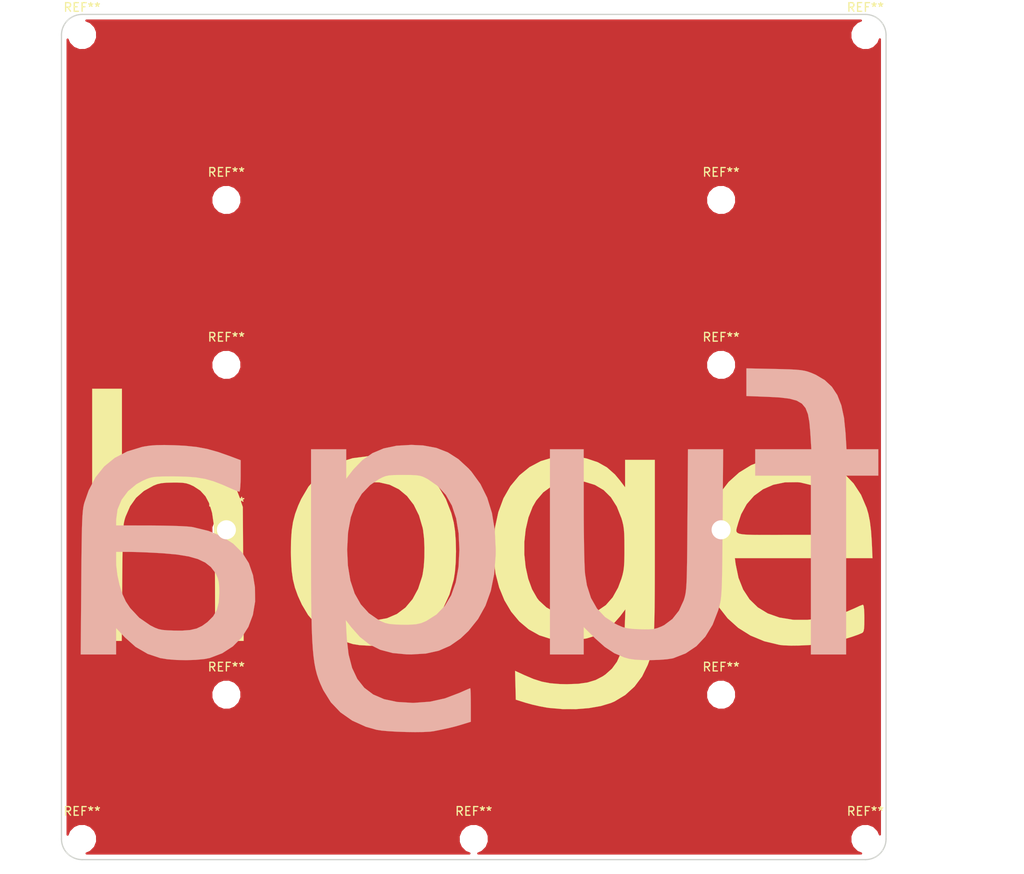
<source format=kicad_pcb>
(kicad_pcb (version 20171130) (host pcbnew 5.0.0-fee4fd1~66~ubuntu18.04.1)

  (general
    (thickness 1.6)
    (drawings 11)
    (tracks 0)
    (zones 0)
    (modules 15)
    (nets 1)
  )

  (page A4)
  (layers
    (0 F.Cu signal)
    (31 B.Cu signal)
    (32 B.Adhes user)
    (33 F.Adhes user)
    (34 B.Paste user)
    (35 F.Paste user)
    (36 B.SilkS user)
    (37 F.SilkS user)
    (38 B.Mask user)
    (39 F.Mask user)
    (40 Dwgs.User user)
    (41 Cmts.User user)
    (42 Eco1.User user)
    (43 Eco2.User user)
    (44 Edge.Cuts user)
    (45 Margin user)
    (46 B.CrtYd user)
    (47 F.CrtYd user)
    (48 B.Fab user)
    (49 F.Fab user)
  )

  (setup
    (last_trace_width 0.25)
    (user_trace_width 0.5)
    (trace_clearance 0.2)
    (zone_clearance 0.508)
    (zone_45_only no)
    (trace_min 0.2)
    (segment_width 0.2)
    (edge_width 0.15)
    (via_size 0.8)
    (via_drill 0.4)
    (via_min_size 0.4)
    (via_min_drill 0.3)
    (uvia_size 0.3)
    (uvia_drill 0.1)
    (uvias_allowed no)
    (uvia_min_size 0.2)
    (uvia_min_drill 0.1)
    (pcb_text_width 0.3)
    (pcb_text_size 1.5 1.5)
    (mod_edge_width 0.15)
    (mod_text_size 1 1)
    (mod_text_width 0.15)
    (pad_size 1.524 1.524)
    (pad_drill 0.762)
    (pad_to_mask_clearance 0.2)
    (aux_axis_origin 0 0)
    (visible_elements FFFFFF7F)
    (pcbplotparams
      (layerselection 0x010f0_ffffffff)
      (usegerberextensions false)
      (usegerberattributes false)
      (usegerberadvancedattributes false)
      (creategerberjobfile false)
      (excludeedgelayer true)
      (linewidth 0.100000)
      (plotframeref false)
      (viasonmask false)
      (mode 1)
      (useauxorigin false)
      (hpglpennumber 1)
      (hpglpenspeed 20)
      (hpglpendiameter 15.000000)
      (psnegative false)
      (psa4output false)
      (plotreference true)
      (plotvalue true)
      (plotinvisibletext false)
      (padsonsilk false)
      (subtractmaskfromsilk false)
      (outputformat 1)
      (mirror false)
      (drillshape 0)
      (scaleselection 1)
      (outputdirectory "garber/bottom/"))
  )

  (net 0 "")

  (net_class Default "これはデフォルトのネット クラスです。"
    (clearance 0.2)
    (trace_width 0.25)
    (via_dia 0.8)
    (via_drill 0.4)
    (uvia_dia 0.3)
    (uvia_drill 0.1)
  )

  (module MountingHole:MountingHole_2.2mm_M2 (layer F.Cu) (tedit 56D1B4CB) (tstamp 5BC163DC)
    (at 130.96875 78.58125)
    (descr "Mounting Hole 2.2mm, no annular, M2")
    (tags "mounting hole 2.2mm no annular m2")
    (attr virtual)
    (fp_text reference REF** (at 0 -3.2) (layer F.SilkS)
      (effects (font (size 1 1) (thickness 0.15)))
    )
    (fp_text value MountingHole_2.2mm_M2 (at 0 3.2) (layer F.Fab)
      (effects (font (size 1 1) (thickness 0.15)))
    )
    (fp_circle (center 0 0) (end 2.45 0) (layer F.CrtYd) (width 0.05))
    (fp_circle (center 0 0) (end 2.2 0) (layer Cmts.User) (width 0.15))
    (fp_text user %R (at 0.3 0) (layer F.Fab)
      (effects (font (size 1 1) (thickness 0.15)))
    )
    (pad 1 np_thru_hole circle (at 0 0) (size 2.2 2.2) (drill 2.2) (layers *.Cu *.Mask))
  )

  (module MountingHole:MountingHole_2.2mm_M2 (layer F.Cu) (tedit 56D1B4CB) (tstamp 5BC163F2)
    (at 130.96875 116.68125)
    (descr "Mounting Hole 2.2mm, no annular, M2")
    (tags "mounting hole 2.2mm no annular m2")
    (attr virtual)
    (fp_text reference REF** (at 0 -3.2) (layer F.SilkS)
      (effects (font (size 1 1) (thickness 0.15)))
    )
    (fp_text value MountingHole_2.2mm_M2 (at 0 3.2) (layer F.Fab)
      (effects (font (size 1 1) (thickness 0.15)))
    )
    (fp_circle (center 0 0) (end 2.45 0) (layer F.CrtYd) (width 0.05))
    (fp_circle (center 0 0) (end 2.2 0) (layer Cmts.User) (width 0.15))
    (fp_text user %R (at 0.3 0) (layer F.Fab)
      (effects (font (size 1 1) (thickness 0.15)))
    )
    (pad 1 np_thru_hole circle (at 0 0) (size 2.2 2.2) (drill 2.2) (layers *.Cu *.Mask))
  )

  (module MountingHole:MountingHole_2.2mm_M2 (layer F.Cu) (tedit 56D1B4CB) (tstamp 5BC16408)
    (at 73.81875 116.68125)
    (descr "Mounting Hole 2.2mm, no annular, M2")
    (tags "mounting hole 2.2mm no annular m2")
    (attr virtual)
    (fp_text reference REF** (at 0 -3.2) (layer F.SilkS)
      (effects (font (size 1 1) (thickness 0.15)))
    )
    (fp_text value MountingHole_2.2mm_M2 (at 0 3.2) (layer F.Fab)
      (effects (font (size 1 1) (thickness 0.15)))
    )
    (fp_circle (center 0 0) (end 2.45 0) (layer F.CrtYd) (width 0.05))
    (fp_circle (center 0 0) (end 2.2 0) (layer Cmts.User) (width 0.15))
    (fp_text user %R (at 0.3 0) (layer F.Fab)
      (effects (font (size 1 1) (thickness 0.15)))
    )
    (pad 1 np_thru_hole circle (at 0 0) (size 2.2 2.2) (drill 2.2) (layers *.Cu *.Mask))
  )

  (module MountingHole:MountingHole_2.2mm_M2 (layer F.Cu) (tedit 56D1B4CB) (tstamp 5BC1641E)
    (at 73.81875 78.58125)
    (descr "Mounting Hole 2.2mm, no annular, M2")
    (tags "mounting hole 2.2mm no annular m2")
    (attr virtual)
    (fp_text reference REF** (at 0 -3.2) (layer F.SilkS)
      (effects (font (size 1 1) (thickness 0.15)))
    )
    (fp_text value MountingHole_2.2mm_M2 (at 0 3.2) (layer F.Fab)
      (effects (font (size 1 1) (thickness 0.15)))
    )
    (fp_circle (center 0 0) (end 2.45 0) (layer F.CrtYd) (width 0.05))
    (fp_circle (center 0 0) (end 2.2 0) (layer Cmts.User) (width 0.15))
    (fp_text user %R (at 0.3 0) (layer F.Fab)
      (effects (font (size 1 1) (thickness 0.15)))
    )
    (pad 1 np_thru_hole circle (at 0 0) (size 2.2 2.2) (drill 2.2) (layers *.Cu *.Mask))
  )

  (module lib:hoge (layer F.Cu) (tedit 0) (tstamp 5BC164DA)
    (at 102.39375 100.0125)
    (fp_text reference G*** (at 0 0) (layer F.SilkS) hide
      (effects (font (size 1.524 1.524) (thickness 0.3)))
    )
    (fp_text value LOGO (at 0.75 0) (layer F.SilkS) hide
      (effects (font (size 1.524 1.524) (thickness 0.3)))
    )
    (fp_poly (pts (xy -40.64 -7.250619) (xy -39.748674 -8.238197) (xy -38.76311 -9.210979) (xy -37.768787 -9.927872)
      (xy -36.704489 -10.415944) (xy -35.509003 -10.702263) (xy -34.121112 -10.813896) (xy -33.91647 -10.817052)
      (xy -33.070198 -10.812794) (xy -32.42482 -10.774859) (xy -31.883227 -10.691657) (xy -31.348306 -10.551602)
      (xy -31.141321 -10.485904) (xy -29.91945 -9.943919) (xy -28.886764 -9.177846) (xy -28.036701 -8.180774)
      (xy -27.362697 -6.945787) (xy -27.079974 -6.208344) (xy -26.673883 -5.005294) (xy -26.627127 2.726765)
      (xy -26.58037 10.458824) (xy -29.882352 10.458824) (xy -29.886207 4.445) (xy -29.890615 3.065866)
      (xy -29.901518 1.723663) (xy -29.918096 0.460819) (xy -29.939529 -0.680237) (xy -29.964996 -1.657077)
      (xy -29.993679 -2.427272) (xy -30.024756 -2.948393) (xy -30.030299 -3.009983) (xy -30.22532 -4.32823)
      (xy -30.538459 -5.39618) (xy -30.986178 -6.244535) (xy -31.584939 -6.903998) (xy -32.351203 -7.405274)
      (xy -32.399919 -7.429545) (xy -32.828661 -7.624774) (xy -33.210535 -7.746598) (xy -33.63888 -7.811233)
      (xy -34.207036 -7.834893) (xy -34.738235 -7.835756) (xy -35.515918 -7.817468) (xy -36.08767 -7.763403)
      (xy -36.545595 -7.659458) (xy -36.979411 -7.4926) (xy -38.108517 -6.864377) (xy -39.002314 -6.082239)
      (xy -39.694463 -5.108692) (xy -40.218629 -3.906242) (xy -40.230303 -3.871638) (xy -40.306957 -3.630904)
      (xy -40.370742 -3.387583) (xy -40.423121 -3.111971) (xy -40.465556 -2.774366) (xy -40.499508 -2.345062)
      (xy -40.526441 -1.794358) (xy -40.547816 -1.092549) (xy -40.565096 -0.209932) (xy -40.579742 0.883196)
      (xy -40.593216 2.216539) (xy -40.606593 3.772647) (xy -40.66174 10.458824) (xy -44.07647 10.458824)
      (xy -44.07647 -18.67647) (xy -40.64 -18.67647) (xy -40.64 -7.250619)) (layer F.SilkS) (width 0.01))
    (fp_poly (pts (xy 38.595253 -10.766686) (xy 40.158895 -10.369365) (xy 41.570257 -9.724384) (xy 42.813876 -8.843623)
      (xy 43.874289 -7.738962) (xy 44.736033 -6.422283) (xy 45.383646 -4.905467) (xy 45.583697 -4.228425)
      (xy 45.75752 -3.363823) (xy 45.891638 -2.28674) (xy 45.975421 -1.083235) (xy 46.063582 0.896471)
      (xy 30.162867 0.896471) (xy 30.256833 1.606177) (xy 30.58371 3.170338) (xy 31.120442 4.522276)
      (xy 31.864269 5.659385) (xy 32.81243 6.579059) (xy 33.962165 7.278694) (xy 35.310714 7.755684)
      (xy 36.855317 8.007422) (xy 37.054118 8.022397) (xy 38.52581 8.021771) (xy 40.094942 7.848175)
      (xy 41.6607 7.521487) (xy 43.122268 7.061584) (xy 44.108857 6.631405) (xy 44.535673 6.429565)
      (xy 44.861181 6.300504) (xy 44.967975 6.275294) (xy 45.041867 6.419508) (xy 45.093364 6.83263)
      (xy 45.119576 7.485383) (xy 45.122353 7.838861) (xy 45.115765 8.555449) (xy 45.090234 9.029562)
      (xy 45.037113 9.317371) (xy 44.947752 9.475049) (xy 44.860883 9.537114) (xy 44.405855 9.731527)
      (xy 43.742212 9.964656) (xy 42.953074 10.210501) (xy 42.121558 10.443064) (xy 41.387059 10.623737)
      (xy 40.636904 10.75558) (xy 39.704246 10.863239) (xy 38.672115 10.942657) (xy 37.623542 10.989778)
      (xy 36.641555 11.000543) (xy 35.809184 10.970896) (xy 35.33238 10.919593) (xy 33.569276 10.498646)
      (xy 31.970843 9.837896) (xy 30.551299 8.949799) (xy 29.324858 7.846812) (xy 28.305735 6.54139)
      (xy 27.508148 5.045991) (xy 27.013884 3.630778) (xy 26.829868 2.702946) (xy 26.715973 1.575659)
      (xy 26.6721 0.339919) (xy 26.698149 -0.913273) (xy 26.794022 -2.092916) (xy 26.834746 -2.342553)
      (xy 30.329085 -2.342553) (xy 30.348385 -2.161808) (xy 30.457256 -2.024863) (xy 30.680599 -1.925764)
      (xy 31.043313 -1.858556) (xy 31.570298 -1.817286) (xy 32.286452 -1.796) (xy 33.216677 -1.788744)
      (xy 34.385871 -1.789563) (xy 35.818934 -1.792504) (xy 36.473687 -1.792941) (xy 42.616785 -1.792941)
      (xy 42.511155 -2.652059) (xy 42.217453 -4.035243) (xy 41.70733 -5.228421) (xy 40.993637 -6.218461)
      (xy 40.089226 -6.992232) (xy 39.006949 -7.536601) (xy 37.759657 -7.838438) (xy 37.398102 -7.876504)
      (xy 35.944389 -7.859971) (xy 34.609612 -7.584122) (xy 33.415244 -7.063619) (xy 32.382756 -6.313122)
      (xy 31.533617 -5.347291) (xy 30.889299 -4.180787) (xy 30.559623 -3.207129) (xy 30.459604 -2.85926)
      (xy 30.374458 -2.573052) (xy 30.329085 -2.342553) (xy 26.834746 -2.342553) (xy 26.959619 -3.108007)
      (xy 27.021515 -3.361764) (xy 27.621783 -5.088111) (xy 28.434984 -6.608474) (xy 29.449358 -7.913871)
      (xy 30.653148 -8.995317) (xy 32.034592 -9.84383) (xy 33.581933 -10.450426) (xy 35.283411 -10.806121)
      (xy 36.894794 -10.904464) (xy 38.595253 -10.766686)) (layer F.SilkS) (width 0.01))
    (fp_poly (pts (xy -10.98448 -10.862856) (xy -9.247744 -10.63455) (xy -7.679363 -10.160807) (xy -6.285939 -9.447449)
      (xy -5.074073 -8.500298) (xy -4.050367 -7.325176) (xy -3.221423 -5.927906) (xy -2.593842 -4.314309)
      (xy -2.309736 -3.212353) (xy -2.163548 -2.259358) (xy -2.076887 -1.113236) (xy -2.049741 0.127212)
      (xy -2.082094 1.363182) (xy -2.17393 2.495873) (xy -2.31071 3.360709) (xy -2.808465 5.094656)
      (xy -3.509889 6.623466) (xy -4.408254 7.939053) (xy -5.496833 9.03333) (xy -6.768898 9.898212)
      (xy -8.217721 10.525613) (xy -8.292352 10.549859) (xy -9.394822 10.813744) (xy -10.656534 10.971494)
      (xy -11.961818 11.017594) (xy -13.195001 10.946532) (xy -13.97 10.820461) (xy -15.519784 10.332997)
      (xy -16.910362 9.601333) (xy -18.122679 8.64023) (xy -19.137685 7.464448) (xy -19.853231 6.2625)
      (xy -20.313755 5.252772) (xy -20.652681 4.31485) (xy -20.886572 3.369941) (xy -21.031994 2.339251)
      (xy -21.105513 1.143985) (xy -21.116073 0.579091) (xy -17.520077 0.579091) (xy -17.435447 1.845373)
      (xy -17.255179 2.961732) (xy -17.200129 3.186135) (xy -16.713552 4.582534) (xy -16.057692 5.762743)
      (xy -15.245005 6.712636) (xy -14.28795 7.418086) (xy -13.198983 7.864964) (xy -13.038497 7.905668)
      (xy -12.060009 8.036796) (xy -11.009841 8.014257) (xy -10.05089 7.842046) (xy -10.014785 7.831523)
      (xy -8.876507 7.342677) (xy -7.89134 6.604593) (xy -7.070348 5.630934) (xy -6.424591 4.435364)
      (xy -5.965132 3.031545) (xy -5.901633 2.751035) (xy -5.77283 1.873946) (xy -5.703806 0.814363)
      (xy -5.69456 -0.317423) (xy -5.745093 -1.411122) (xy -5.855404 -2.356444) (xy -5.901633 -2.601623)
      (xy -6.324906 -4.040223) (xy -6.933074 -5.270628) (xy -7.711449 -6.280256) (xy -8.645346 -7.056522)
      (xy -9.720078 -7.586841) (xy -10.920958 -7.85863) (xy -12.056086 -7.875054) (xy -13.318082 -7.644269)
      (xy -14.429829 -7.157018) (xy -15.386381 -6.417953) (xy -16.182793 -5.431725) (xy -16.814119 -4.202986)
      (xy -17.200129 -3.036723) (xy -17.402417 -1.970214) (xy -17.509066 -0.728857) (xy -17.520077 0.579091)
      (xy -21.116073 0.579091) (xy -21.12271 0.224118) (xy -21.107153 -1.141498) (xy -21.030319 -2.287072)
      (xy -20.877633 -3.287712) (xy -20.634521 -4.218528) (xy -20.286408 -5.154628) (xy -19.923555 -5.955637)
      (xy -19.096953 -7.356696) (xy -18.077454 -8.533628) (xy -16.877003 -9.479877) (xy -15.507542 -10.188889)
      (xy -13.981015 -10.654105) (xy -12.309364 -10.86897) (xy -10.98448 -10.862856)) (layer F.SilkS) (width 0.01))
    (fp_poly (pts (xy 12.192804 -10.790769) (xy 13.066394 -10.61006) (xy 14.3286 -10.184358) (xy 15.387516 -9.586711)
      (xy 16.310075 -8.772749) (xy 16.893935 -8.072716) (xy 17.481177 -7.291171) (xy 17.481177 -10.458823)
      (xy 20.917648 -10.458823) (xy 20.917648 -0.393101) (xy 20.916835 1.741034) (xy 20.913441 3.600084)
      (xy 20.906035 5.207786) (xy 20.893183 6.587876) (xy 20.873454 7.764092) (xy 20.845416 8.760168)
      (xy 20.807636 9.599844) (xy 20.758682 10.306853) (xy 20.697122 10.904935) (xy 20.621524 11.417824)
      (xy 20.530455 11.869257) (xy 20.422483 12.282972) (xy 20.296177 12.682704) (xy 20.150103 13.092191)
      (xy 20.095096 13.23941) (xy 19.445625 14.56668) (xy 18.570778 15.732188) (xy 17.503745 16.701617)
      (xy 16.277713 17.440648) (xy 15.855166 17.623683) (xy 14.688452 17.978142) (xy 13.317579 18.218225)
      (xy 11.816552 18.33874) (xy 10.259375 18.334494) (xy 8.720052 18.200294) (xy 8.367059 18.149049)
      (xy 7.587265 18.003035) (xy 6.74111 17.808452) (xy 6.005891 17.606239) (xy 5.976471 17.597055)
      (xy 4.855883 17.244717) (xy 4.813707 15.577499) (xy 4.77153 13.910281) (xy 5.859589 14.412444)
      (xy 6.907889 14.856404) (xy 7.862893 15.16014) (xy 8.829928 15.346072) (xy 9.914318 15.436621)
      (xy 10.757648 15.455083) (xy 12.068168 15.410949) (xy 13.155501 15.254557) (xy 14.079033 14.970852)
      (xy 14.898147 14.544776) (xy 15.219965 14.323692) (xy 15.967343 13.656117) (xy 16.546509 12.860127)
      (xy 16.971425 11.901114) (xy 17.256052 10.744473) (xy 17.414353 9.355596) (xy 17.442226 8.815294)
      (xy 17.519599 6.798236) (xy 16.913146 7.602131) (xy 16.042292 8.594229) (xy 15.092052 9.335694)
      (xy 13.991295 9.873858) (xy 13.066394 10.161825) (xy 11.456978 10.423314) (xy 9.83235 10.387088)
      (xy 8.924394 10.239296) (xy 7.572175 9.806068) (xy 6.346687 9.119788) (xy 5.259323 8.203073)
      (xy 4.321478 7.078541) (xy 3.544546 5.768808) (xy 2.939922 4.296491) (xy 2.519 2.684207)
      (xy 2.293175 0.954573) (xy 2.288114 0.477005) (xy 5.842896 0.477005) (xy 5.993361 1.91736)
      (xy 6.292214 3.273446) (xy 6.735721 4.49055) (xy 7.320148 5.513963) (xy 7.53864 5.794362)
      (xy 8.403593 6.593246) (xy 9.435422 7.16826) (xy 10.589662 7.506789) (xy 11.821846 7.59622)
      (xy 13.087511 7.423943) (xy 13.191484 7.397799) (xy 14.309166 6.973318) (xy 15.256054 6.321259)
      (xy 16.042077 5.431026) (xy 16.677164 4.292022) (xy 17.060268 3.268559) (xy 17.195877 2.800927)
      (xy 17.291258 2.358247) (xy 17.353194 1.872063) (xy 17.388471 1.273919) (xy 17.403875 0.495358)
      (xy 17.406471 -0.224117) (xy 17.401316 -1.176112) (xy 17.381299 -1.897991) (xy 17.339589 -2.458354)
      (xy 17.269355 -2.925802) (xy 17.163768 -3.368935) (xy 17.057955 -3.724408) (xy 16.526262 -5.057773)
      (xy 15.844561 -6.13628) (xy 15.003874 -6.96852) (xy 13.995224 -7.563083) (xy 12.809632 -7.928561)
      (xy 12.630101 -7.961751) (xy 11.320111 -8.050047) (xy 10.099821 -7.861638) (xy 8.993393 -7.40866)
      (xy 8.024992 -6.703253) (xy 7.218779 -5.757554) (xy 6.799609 -5.032887) (xy 6.319176 -3.802566)
      (xy 6.00207 -2.437669) (xy 5.844554 -0.992909) (xy 5.842896 0.477005) (xy 2.288114 0.477005)
      (xy 2.27384 -0.869794) (xy 2.448566 -2.614706) (xy 2.839103 -4.421312) (xy 3.430302 -6.016203)
      (xy 4.229905 -7.415869) (xy 5.245657 -8.636798) (xy 5.30342 -8.694603) (xy 6.45028 -9.628175)
      (xy 7.742109 -10.311847) (xy 9.149446 -10.738349) (xy 10.642831 -10.900413) (xy 12.192804 -10.790769)) (layer F.SilkS) (width 0.01))
  )

  (module lib:fuga (layer B.Cu) (tedit 0) (tstamp 5BC164F7)
    (at 102.39375 100.0125 180)
    (fp_text reference G*** (at 0 0 180) (layer B.SilkS) hide
      (effects (font (size 1.524 1.524) (thickness 0.3)) (justify mirror))
    )
    (fp_text value LOGO (at 0.75 0 180) (layer B.SilkS) hide
      (effects (font (size 1.524 1.524) (thickness 0.3)) (justify mirror))
    )
    (fp_poly (pts (xy -31.496 17.831417) (xy -34.024034 17.734258) (xy -35.404764 17.657263) (xy -36.48653 17.522782)
      (xy -37.308161 17.29765) (xy -37.908485 16.948701) (xy -38.326331 16.442773) (xy -38.600527 15.746698)
      (xy -38.769901 14.827314) (xy -38.873283 13.651454) (xy -38.87719 13.589) (xy -38.994868 11.684)
      (xy -32.512 11.684) (xy -32.512 8.636) (xy -38.946666 8.636) (xy -38.946666 -12.022667)
      (xy -43.010666 -12.022667) (xy -43.010666 8.636) (xy -46.736 8.636) (xy -46.736 11.684)
      (xy -43.060368 11.684) (xy -42.946414 13.590052) (xy -42.772746 15.314926) (xy -42.464285 16.753586)
      (xy -42.002908 17.937754) (xy -41.370496 18.899151) (xy -40.548927 19.669498) (xy -39.520081 20.280517)
      (xy -38.994471 20.508081) (xy -38.614101 20.645657) (xy -38.229334 20.748823) (xy -37.780017 20.824009)
      (xy -37.205997 20.877645) (xy -36.44712 20.916161) (xy -35.443235 20.945989) (xy -34.755666 20.961211)
      (xy -31.496 21.028499) (xy -31.496 17.831417)) (layer B.SilkS) (width 0.01))
    (fp_poly (pts (xy 36.644868 12.161337) (xy 37.388846 12.10668) (xy 38.056612 12.005274) (xy 38.348699 11.944627)
      (xy 40.027332 11.430928) (xy 41.468913 10.684096) (xy 42.684258 9.693632) (xy 43.684184 8.449037)
      (xy 44.479507 6.939813) (xy 44.984875 5.503333) (xy 45.053605 5.232761) (xy 45.11165 4.915067)
      (xy 45.160209 4.519051) (xy 45.200476 4.013515) (xy 45.233648 3.367258) (xy 45.260921 2.549084)
      (xy 45.283491 1.527791) (xy 45.302554 0.272181) (xy 45.319306 -1.248944) (xy 45.334944 -3.066785)
      (xy 45.340291 -3.767667) (xy 45.401775 -12.022667) (xy 41.317334 -12.022667) (xy 41.317334 -8.962276)
      (xy 40.306628 -10.042724) (xy 39.058223 -11.150998) (xy 37.666473 -11.954836) (xy 36.221574 -12.439264)
      (xy 35.376133 -12.577766) (xy 34.334464 -12.65828) (xy 33.2062 -12.680943) (xy 32.100973 -12.645894)
      (xy 31.128416 -12.553272) (xy 30.497718 -12.432027) (xy 29.054071 -11.883105) (xy 27.82004 -11.084196)
      (xy 26.809328 -10.06156) (xy 26.035636 -8.841457) (xy 25.512667 -7.450147) (xy 25.254122 -5.913892)
      (xy 25.265992 -4.910667) (xy 29.383397 -4.910667) (xy 29.452347 -6.019678) (xy 29.681183 -6.895093)
      (xy 30.102886 -7.617307) (xy 30.750436 -8.266714) (xy 30.76512 -8.278855) (xy 31.383079 -8.724095)
      (xy 32.016571 -9.022206) (xy 32.749782 -9.195083) (xy 33.6669 -9.264623) (xy 34.544 -9.261707)
      (xy 35.368632 -9.234063) (xy 35.957297 -9.183666) (xy 36.412695 -9.088354) (xy 36.837523 -8.925964)
      (xy 37.33448 -8.674333) (xy 37.380688 -8.649544) (xy 38.636848 -7.784057) (xy 39.690943 -6.652882)
      (xy 40.190814 -5.901391) (xy 40.583135 -5.05439) (xy 40.920071 -3.995412) (xy 41.170633 -2.850266)
      (xy 41.303836 -1.744763) (xy 41.317334 -1.32758) (xy 41.317334 -0.169334) (xy 39.835667 -0.172821)
      (xy 39.094393 -0.185975) (xy 38.132997 -0.219407) (xy 37.069091 -0.268255) (xy 36.020285 -0.327657)
      (xy 35.891599 -0.335874) (xy 34.261019 -0.482931) (xy 32.928645 -0.701302) (xy 31.858886 -1.005068)
      (xy 31.016154 -1.408309) (xy 30.364857 -1.925108) (xy 29.869406 -2.569544) (xy 29.760802 -2.761477)
      (xy 29.559468 -3.214584) (xy 29.442867 -3.707175) (xy 29.391328 -4.351274) (xy 29.383397 -4.910667)
      (xy 25.265992 -4.910667) (xy 25.273704 -4.258951) (xy 25.501297 -2.856316) (xy 25.981426 -1.472152)
      (xy 26.746898 -0.260574) (xy 27.786727 0.769795) (xy 29.089927 1.610331) (xy 30.64551 2.25241)
      (xy 32.442491 2.687409) (xy 32.596667 2.713056) (xy 33.066796 2.761249) (xy 33.809818 2.803915)
      (xy 34.759978 2.838829) (xy 35.851518 2.863767) (xy 37.018682 2.876507) (xy 37.465 2.877686)
      (xy 41.317334 2.878666) (xy 41.317334 3.525266) (xy 41.154256 4.729241) (xy 40.686185 5.85041)
      (xy 39.944862 6.84208) (xy 38.96203 7.657556) (xy 38.235548 8.058706) (xy 37.807402 8.249294)
      (xy 37.43699 8.383111) (xy 37.050976 8.470175) (xy 36.576021 8.520501) (xy 35.938787 8.544106)
      (xy 35.065938 8.551006) (xy 34.628667 8.551333) (xy 33.228765 8.525946) (xy 32.067751 8.437126)
      (xy 31.048774 8.265885) (xy 30.074985 7.993233) (xy 29.049532 7.600183) (xy 28.466486 7.343167)
      (xy 27.866656 7.077731) (xy 27.38368 6.878211) (xy 27.101035 6.778658) (xy 27.069486 6.773333)
      (xy 27.010453 6.931129) (xy 26.962934 7.35847) (xy 26.932438 7.986291) (xy 26.924 8.596868)
      (xy 26.924 10.420402) (xy 28.151667 10.883862) (xy 29.55325 11.376485) (xy 30.807911 11.72527)
      (xy 32.043444 11.955371) (xy 33.387641 12.091942) (xy 34.580426 12.149298) (xy 35.737715 12.173968)
      (xy 36.644868 12.161337)) (layer B.SilkS) (width 0.01))
    (fp_poly (pts (xy -24.684515 3.513666) (xy -24.669901 1.633659) (xy -24.655747 0.060129) (xy -24.64055 -1.239108)
      (xy -24.622805 -2.296236) (xy -24.601009 -3.143439) (xy -24.573657 -3.812901) (xy -24.539246 -4.336807)
      (xy -24.496271 -4.747339) (xy -24.443228 -5.076682) (xy -24.378614 -5.357021) (xy -24.300924 -5.620538)
      (xy -24.250449 -5.774847) (xy -23.705228 -6.958475) (xy -22.945429 -7.92173) (xy -22.003702 -8.626642)
      (xy -21.649182 -8.800152) (xy -21.173839 -8.982821) (xy -20.723278 -9.089382) (xy -20.190563 -9.13312)
      (xy -19.468757 -9.127322) (xy -19.117463 -9.114685) (xy -18.300893 -9.070016) (xy -17.703029 -8.994909)
      (xy -17.203922 -8.861332) (xy -16.683618 -8.641249) (xy -16.321639 -8.46127) (xy -15.159138 -7.698094)
      (xy -14.234657 -6.713417) (xy -13.54151 -5.496138) (xy -13.073011 -4.035152) (xy -12.858179 -2.709334)
      (xy -12.823349 -2.209092) (xy -12.791162 -1.418524) (xy -12.762563 -0.385968) (xy -12.738502 0.840239)
      (xy -12.719925 2.211762) (xy -12.707779 3.680262) (xy -12.703013 5.197404) (xy -12.703008 5.207)
      (xy -12.7 11.684) (xy -8.805333 11.684) (xy -8.805333 -12.022667) (xy -12.7 -12.022667)
      (xy -12.7 -8.846384) (xy -14.012333 -10.152193) (xy -15.139027 -11.155497) (xy -16.238631 -11.877429)
      (xy -17.382452 -12.360674) (xy -17.968261 -12.520415) (xy -18.607918 -12.613193) (xy -19.466016 -12.664284)
      (xy -20.43581 -12.675072) (xy -21.410554 -12.646941) (xy -22.283502 -12.581275) (xy -22.947911 -12.479459)
      (xy -23.047541 -12.454558) (xy -24.483487 -11.895676) (xy -25.718837 -11.065718) (xy -26.754713 -9.963442)
      (xy -27.592237 -8.587609) (xy -28.232534 -6.93698) (xy -28.321534 -6.630097) (xy -28.403003 -6.321483)
      (xy -28.471583 -6.011727) (xy -28.528663 -5.668768) (xy -28.575632 -5.260545) (xy -28.613878 -4.754998)
      (xy -28.644791 -4.120065) (xy -28.669758 -3.323687) (xy -28.690169 -2.333802) (xy -28.707411 -1.11835)
      (xy -28.722874 0.35473) (xy -28.737945 2.117498) (xy -28.74621 3.175) (xy -28.811512 11.684)
      (xy -24.745855 11.684) (xy -24.684515 3.513666)) (layer B.SilkS) (width 0.01))
    (fp_poly (pts (xy 8.924412 12.091771) (xy 10.410512 11.779931) (xy 11.704139 11.235268) (xy 12.847709 10.438576)
      (xy 13.883635 9.370652) (xy 14.137121 9.050727) (xy 14.732 8.271393) (xy 14.732 11.684)
      (xy 18.796 11.684) (xy 18.796 0.799891) (xy 18.794127 -1.739172) (xy 18.787026 -3.965941)
      (xy 18.772476 -5.906778) (xy 18.748255 -7.588043) (xy 18.712142 -9.036095) (xy 18.661914 -10.277295)
      (xy 18.595351 -11.338004) (xy 18.51023 -12.244582) (xy 18.40433 -13.023389) (xy 18.275429 -13.700785)
      (xy 18.121306 -14.303131) (xy 17.939739 -14.856787) (xy 17.728507 -15.388113) (xy 17.485386 -15.92347)
      (xy 17.365665 -16.171334) (xy 16.508201 -17.546279) (xy 15.391686 -18.715868) (xy 14.038027 -19.663844)
      (xy 12.469128 -20.37395) (xy 11.22724 -20.726883) (xy 10.646256 -20.815721) (xy 9.825093 -20.888794)
      (xy 8.848391 -20.943983) (xy 7.800787 -20.979169) (xy 6.766919 -20.992233) (xy 5.831427 -20.981057)
      (xy 5.078948 -20.943523) (xy 4.656667 -20.891357) (xy 3.638259 -20.686318) (xy 2.857618 -20.516645)
      (xy 2.218835 -20.359754) (xy 1.626007 -20.19306) (xy 1.397 -20.12373) (xy 0.338667 -19.798392)
      (xy 0.338667 -17.857863) (xy 0.343659 -17.092618) (xy 0.357226 -16.469596) (xy 0.377254 -16.055765)
      (xy 0.399912 -15.917334) (xy 0.572349 -15.982155) (xy 0.971797 -16.153431) (xy 1.517456 -16.396375)
      (xy 1.611764 -16.439044) (xy 3.328776 -17.091655) (xy 5.045309 -17.472378) (xy 6.885246 -17.607627)
      (xy 7.096754 -17.608657) (xy 8.850396 -17.503682) (xy 10.351995 -17.185803) (xy 11.612269 -16.644251)
      (xy 12.641937 -15.868263) (xy 13.451718 -14.84707) (xy 14.052331 -13.569908) (xy 14.454495 -12.026009)
      (xy 14.668928 -10.204609) (xy 14.681315 -9.990667) (xy 14.783877 -8.043334) (xy 14.163059 -8.852031)
      (xy 13.142441 -9.999603) (xy 12.036562 -10.868754) (xy 10.800018 -11.480156) (xy 9.387404 -11.85448)
      (xy 7.753316 -12.012399) (xy 7.203423 -12.020657) (xy 5.514721 -11.915587) (xy 4.043896 -11.589044)
      (xy 2.734091 -11.017589) (xy 1.528452 -10.17778) (xy 0.603122 -9.2995) (xy -0.496378 -7.928721)
      (xy -1.350976 -6.396584) (xy -1.968807 -4.678765) (xy -2.358007 -2.750943) (xy -2.526709 -0.588794)
      (xy -2.535551 0.084666) (xy 1.660442 0.084666) (xy 1.764457 -1.931917) (xy 2.078067 -3.685167)
      (xy 2.603619 -5.179602) (xy 3.343462 -6.419739) (xy 4.299943 -7.410094) (xy 5.47541 -8.155184)
      (xy 6.076067 -8.411522) (xy 6.700564 -8.544344) (xy 7.640084 -8.597719) (xy 8.382 -8.590203)
      (xy 9.205042 -8.555429) (xy 9.79317 -8.493723) (xy 10.250095 -8.383438) (xy 10.679529 -8.202928)
      (xy 10.970836 -8.049884) (xy 12.119775 -7.251989) (xy 13.045885 -6.23421) (xy 13.754155 -4.985433)
      (xy 14.249572 -3.494546) (xy 14.537125 -1.750435) (xy 14.622376 0.084666) (xy 14.519603 2.079802)
      (xy 14.206695 3.814959) (xy 13.679781 5.298768) (xy 12.93499 6.539858) (xy 11.96845 7.54686)
      (xy 10.970836 8.224549) (xy 10.560205 8.440312) (xy 10.200157 8.582456) (xy 9.803194 8.66625)
      (xy 9.281818 8.706963) (xy 8.548531 8.719865) (xy 8.128 8.720666) (xy 7.27136 8.715272)
      (xy 6.665841 8.68891) (xy 6.223945 8.62631) (xy 5.858174 8.512203) (xy 5.48103 8.331318)
      (xy 5.285164 8.224549) (xy 4.145767 7.428381) (xy 3.228258 6.418716) (xy 2.526816 5.182479)
      (xy 2.035618 3.706592) (xy 1.74884 1.977979) (xy 1.660442 0.084666) (xy -2.535551 0.084666)
      (xy -2.429192 2.319226) (xy -2.104693 4.312415) (xy -1.553918 6.088556) (xy -0.768732 7.671971)
      (xy 0.258999 9.086982) (xy 0.603122 9.468833) (xy 1.766428 10.539582) (xy 2.988533 11.323275)
      (xy 4.326291 11.84335) (xy 5.83656 12.123249) (xy 7.203423 12.18999) (xy 8.924412 12.091771)) (layer B.SilkS) (width 0.01))
  )

  (module MountingHole:MountingHole_2.2mm_M2 (layer F.Cu) (tedit 56D1B4CB) (tstamp 5BCEDABE)
    (at 147.6375 40.48125)
    (descr "Mounting Hole 2.2mm, no annular, M2")
    (tags "mounting hole 2.2mm no annular m2")
    (attr virtual)
    (fp_text reference REF** (at 0 -3.2) (layer F.SilkS)
      (effects (font (size 1 1) (thickness 0.15)))
    )
    (fp_text value MountingHole_2.2mm_M2 (at 0 3.2) (layer F.Fab)
      (effects (font (size 1 1) (thickness 0.15)))
    )
    (fp_circle (center 0 0) (end 2.45 0) (layer F.CrtYd) (width 0.05))
    (fp_circle (center 0 0) (end 2.2 0) (layer Cmts.User) (width 0.15))
    (fp_text user %R (at 0.3 0) (layer F.Fab)
      (effects (font (size 1 1) (thickness 0.15)))
    )
    (pad 1 np_thru_hole circle (at 0 0) (size 2.2 2.2) (drill 2.2) (layers *.Cu *.Mask))
  )

  (module MountingHole:MountingHole_2.2mm_M2 (layer F.Cu) (tedit 56D1B4CB) (tstamp 5BCEDACD)
    (at 57.15 40.48125)
    (descr "Mounting Hole 2.2mm, no annular, M2")
    (tags "mounting hole 2.2mm no annular m2")
    (attr virtual)
    (fp_text reference REF** (at 0 -3.2) (layer F.SilkS)
      (effects (font (size 1 1) (thickness 0.15)))
    )
    (fp_text value MountingHole_2.2mm_M2 (at 0 3.2) (layer F.Fab)
      (effects (font (size 1 1) (thickness 0.15)))
    )
    (fp_circle (center 0 0) (end 2.45 0) (layer F.CrtYd) (width 0.05))
    (fp_circle (center 0 0) (end 2.2 0) (layer Cmts.User) (width 0.15))
    (fp_text user %R (at 0.3 0) (layer F.Fab)
      (effects (font (size 1 1) (thickness 0.15)))
    )
    (pad 1 np_thru_hole circle (at 0 0) (size 2.2 2.2) (drill 2.2) (layers *.Cu *.Mask))
  )

  (module MountingHole:MountingHole_2.2mm_M2 (layer F.Cu) (tedit 56D1B4CB) (tstamp 5BCEDADC)
    (at 57.15 133.35)
    (descr "Mounting Hole 2.2mm, no annular, M2")
    (tags "mounting hole 2.2mm no annular m2")
    (attr virtual)
    (fp_text reference REF** (at 0 -3.2) (layer F.SilkS)
      (effects (font (size 1 1) (thickness 0.15)))
    )
    (fp_text value MountingHole_2.2mm_M2 (at 0 3.2) (layer F.Fab)
      (effects (font (size 1 1) (thickness 0.15)))
    )
    (fp_circle (center 0 0) (end 2.45 0) (layer F.CrtYd) (width 0.05))
    (fp_circle (center 0 0) (end 2.2 0) (layer Cmts.User) (width 0.15))
    (fp_text user %R (at 0.3 0) (layer F.Fab)
      (effects (font (size 1 1) (thickness 0.15)))
    )
    (pad 1 np_thru_hole circle (at 0 0) (size 2.2 2.2) (drill 2.2) (layers *.Cu *.Mask))
  )

  (module MountingHole:MountingHole_2.2mm_M2 (layer F.Cu) (tedit 56D1B4CB) (tstamp 5BCEDAEB)
    (at 147.6375 133.35)
    (descr "Mounting Hole 2.2mm, no annular, M2")
    (tags "mounting hole 2.2mm no annular m2")
    (attr virtual)
    (fp_text reference REF** (at 0 -3.2) (layer F.SilkS)
      (effects (font (size 1 1) (thickness 0.15)))
    )
    (fp_text value MountingHole_2.2mm_M2 (at 0 3.2) (layer F.Fab)
      (effects (font (size 1 1) (thickness 0.15)))
    )
    (fp_circle (center 0 0) (end 2.45 0) (layer F.CrtYd) (width 0.05))
    (fp_circle (center 0 0) (end 2.2 0) (layer Cmts.User) (width 0.15))
    (fp_text user %R (at 0.3 0) (layer F.Fab)
      (effects (font (size 1 1) (thickness 0.15)))
    )
    (pad 1 np_thru_hole circle (at 0 0) (size 2.2 2.2) (drill 2.2) (layers *.Cu *.Mask))
  )

  (module MountingHole:MountingHole_2.2mm_M2 (layer F.Cu) (tedit 56D1B4CB) (tstamp 5BCEDAFA)
    (at 130.96875 97.63125)
    (descr "Mounting Hole 2.2mm, no annular, M2")
    (tags "mounting hole 2.2mm no annular m2")
    (attr virtual)
    (fp_text reference REF** (at 0 -3.2) (layer F.SilkS)
      (effects (font (size 1 1) (thickness 0.15)))
    )
    (fp_text value MountingHole_2.2mm_M2 (at 0 3.2) (layer F.Fab)
      (effects (font (size 1 1) (thickness 0.15)))
    )
    (fp_circle (center 0 0) (end 2.45 0) (layer F.CrtYd) (width 0.05))
    (fp_circle (center 0 0) (end 2.2 0) (layer Cmts.User) (width 0.15))
    (fp_text user %R (at 0.3 0) (layer F.Fab)
      (effects (font (size 1 1) (thickness 0.15)))
    )
    (pad 1 np_thru_hole circle (at 0 0) (size 2.2 2.2) (drill 2.2) (layers *.Cu *.Mask))
  )

  (module MountingHole:MountingHole_2.2mm_M2 (layer F.Cu) (tedit 56D1B4CB) (tstamp 5BCEDB09)
    (at 73.81875 97.63125)
    (descr "Mounting Hole 2.2mm, no annular, M2")
    (tags "mounting hole 2.2mm no annular m2")
    (attr virtual)
    (fp_text reference REF** (at 0 -3.2) (layer F.SilkS)
      (effects (font (size 1 1) (thickness 0.15)))
    )
    (fp_text value MountingHole_2.2mm_M2 (at 0 3.2) (layer F.Fab)
      (effects (font (size 1 1) (thickness 0.15)))
    )
    (fp_circle (center 0 0) (end 2.45 0) (layer F.CrtYd) (width 0.05))
    (fp_circle (center 0 0) (end 2.2 0) (layer Cmts.User) (width 0.15))
    (fp_text user %R (at 0.3 0) (layer F.Fab)
      (effects (font (size 1 1) (thickness 0.15)))
    )
    (pad 1 np_thru_hole circle (at 0 0) (size 2.2 2.2) (drill 2.2) (layers *.Cu *.Mask))
  )

  (module MountingHole:MountingHole_2.2mm_M2 (layer F.Cu) (tedit 56D1B4CB) (tstamp 5BCEDB18)
    (at 73.81875 59.53125)
    (descr "Mounting Hole 2.2mm, no annular, M2")
    (tags "mounting hole 2.2mm no annular m2")
    (attr virtual)
    (fp_text reference REF** (at 0 -3.2) (layer F.SilkS)
      (effects (font (size 1 1) (thickness 0.15)))
    )
    (fp_text value MountingHole_2.2mm_M2 (at 0 3.2) (layer F.Fab)
      (effects (font (size 1 1) (thickness 0.15)))
    )
    (fp_circle (center 0 0) (end 2.45 0) (layer F.CrtYd) (width 0.05))
    (fp_circle (center 0 0) (end 2.2 0) (layer Cmts.User) (width 0.15))
    (fp_text user %R (at 0.3 0) (layer F.Fab)
      (effects (font (size 1 1) (thickness 0.15)))
    )
    (pad 1 np_thru_hole circle (at 0 0) (size 2.2 2.2) (drill 2.2) (layers *.Cu *.Mask))
  )

  (module MountingHole:MountingHole_2.2mm_M2 (layer F.Cu) (tedit 56D1B4CB) (tstamp 5BCEDB27)
    (at 130.96875 59.53125)
    (descr "Mounting Hole 2.2mm, no annular, M2")
    (tags "mounting hole 2.2mm no annular m2")
    (attr virtual)
    (fp_text reference REF** (at 0 -3.2) (layer F.SilkS)
      (effects (font (size 1 1) (thickness 0.15)))
    )
    (fp_text value MountingHole_2.2mm_M2 (at 0 3.2) (layer F.Fab)
      (effects (font (size 1 1) (thickness 0.15)))
    )
    (fp_circle (center 0 0) (end 2.45 0) (layer F.CrtYd) (width 0.05))
    (fp_circle (center 0 0) (end 2.2 0) (layer Cmts.User) (width 0.15))
    (fp_text user %R (at 0.3 0) (layer F.Fab)
      (effects (font (size 1 1) (thickness 0.15)))
    )
    (pad 1 np_thru_hole circle (at 0 0) (size 2.2 2.2) (drill 2.2) (layers *.Cu *.Mask))
  )

  (module MountingHole:MountingHole_2.2mm_M2 (layer F.Cu) (tedit 56D1B4CB) (tstamp 5BD1E698)
    (at 102.39375 133.35)
    (descr "Mounting Hole 2.2mm, no annular, M2")
    (tags "mounting hole 2.2mm no annular m2")
    (attr virtual)
    (fp_text reference REF** (at 0 -3.2) (layer F.SilkS)
      (effects (font (size 1 1) (thickness 0.15)))
    )
    (fp_text value MountingHole_2.2mm_M2 (at 0 3.2) (layer F.Fab)
      (effects (font (size 1 1) (thickness 0.15)))
    )
    (fp_circle (center 0 0) (end 2.45 0) (layer F.CrtYd) (width 0.05))
    (fp_circle (center 0 0) (end 2.2 0) (layer Cmts.User) (width 0.15))
    (fp_text user %R (at 0.3 0) (layer F.Fab)
      (effects (font (size 1 1) (thickness 0.15)))
    )
    (pad 1 np_thru_hole circle (at 0 0) (size 2.2 2.2) (drill 2.2) (layers *.Cu *.Mask))
  )

  (gr_line (start 150.01875 61.9125) (end 150.01875 40.48125) (layer Edge.Cuts) (width 0.15))
  (gr_line (start 54.76875 61.9125) (end 54.76875 40.48125) (layer Edge.Cuts) (width 0.15))
  (gr_line (start 54.76875 133.35) (end 54.76875 61.9125) (layer Edge.Cuts) (width 0.15))
  (gr_line (start 150.01875 61.9125) (end 150.01875 133.35) (layer Edge.Cuts) (width 0.15))
  (gr_arc (start 57.15 40.48125) (end 57.15 38.1) (angle -90) (layer Edge.Cuts) (width 0.15))
  (gr_arc (start 147.6375 40.48125) (end 150.01875 40.48125) (angle -90) (layer Edge.Cuts) (width 0.15))
  (gr_arc (start 147.6375 133.35) (end 147.6375 135.73125) (angle -90) (layer Edge.Cuts) (width 0.15))
  (gr_arc (start 57.15 133.35) (end 54.76875 133.35) (angle -90) (layer Edge.Cuts) (width 0.15))
  (gr_line (start 57.15 135.73125) (end 147.6375 135.73125) (layer Edge.Cuts) (width 0.15))
  (gr_line (start 147.6375 38.1) (end 57.15 38.1) (layer Edge.Cuts) (width 0.15))
  (dimension 97.63125 (width 0.3) (layer Dwgs.User)
    (gr_text "97.631 mm" (at 164.025 86.915625 90) (layer Dwgs.User)
      (effects (font (size 1.5 1.5) (thickness 0.3)))
    )
    (feature1 (pts (xy 150.01875 38.1) (xy 162.511421 38.1)))
    (feature2 (pts (xy 150.01875 135.73125) (xy 162.511421 135.73125)))
    (crossbar (pts (xy 161.925 135.73125) (xy 161.925 38.1)))
    (arrow1a (pts (xy 161.925 38.1) (xy 162.511421 39.226504)))
    (arrow1b (pts (xy 161.925 38.1) (xy 161.338579 39.226504)))
    (arrow2a (pts (xy 161.925 135.73125) (xy 162.511421 134.604746)))
    (arrow2b (pts (xy 161.925 135.73125) (xy 161.338579 134.604746)))
  )

  (zone (net 0) (net_name "") (layer F.Cu) (tstamp 5BC58D55) (hatch edge 0.508)
    (connect_pads (clearance 0.508))
    (min_thickness 0.254)
    (fill yes (arc_segments 16) (thermal_gap 0.508) (thermal_bridge_width 0.508) (smoothing fillet) (radius 1))
    (polygon
      (pts
        (xy 150.01875 38.1) (xy 150.01875 135.73125) (xy 54.76875 135.73125) (xy 54.76875 38.1)
      )
    )
    (filled_polygon
      (pts
        (xy 146.703141 38.979151) (xy 146.697784 38.992543) (xy 146.654701 39.010388) (xy 146.166638 39.498451) (xy 146.148793 39.541534)
        (xy 146.135401 39.546891) (xy 146.023747 39.843421) (xy 145.9025 40.136137) (xy 145.9025 40.165427) (xy 145.892177 40.192843)
        (xy 145.9025 40.509534) (xy 145.9025 40.826363) (xy 145.91371 40.853426) (xy 145.914664 40.882703) (xy 146.135401 41.415609)
        (xy 146.148793 41.420966) (xy 146.166638 41.464049) (xy 146.654701 41.952112) (xy 146.697784 41.969957) (xy 146.703141 41.983349)
        (xy 146.999671 42.095003) (xy 147.292387 42.21625) (xy 147.321677 42.21625) (xy 147.349093 42.226573) (xy 147.665784 42.21625)
        (xy 147.982613 42.21625) (xy 148.009676 42.20504) (xy 148.038953 42.204086) (xy 148.571859 41.983349) (xy 148.577216 41.969957)
        (xy 148.620299 41.952112) (xy 149.108362 41.464049) (xy 149.126207 41.420966) (xy 149.139599 41.415609) (xy 149.251253 41.119079)
        (xy 149.308751 40.980267) (xy 149.30875 61.842574) (xy 149.30875 61.842575) (xy 149.308751 132.82401) (xy 149.139599 132.415641)
        (xy 149.126207 132.410284) (xy 149.108362 132.367201) (xy 148.620299 131.879138) (xy 148.577216 131.861293) (xy 148.571859 131.847901)
        (xy 148.275329 131.736247) (xy 147.982613 131.615) (xy 147.953323 131.615) (xy 147.925907 131.604677) (xy 147.609216 131.615)
        (xy 147.292387 131.615) (xy 147.265324 131.62621) (xy 147.236047 131.627164) (xy 146.703141 131.847901) (xy 146.697784 131.861293)
        (xy 146.654701 131.879138) (xy 146.166638 132.367201) (xy 146.148793 132.410284) (xy 146.135401 132.415641) (xy 146.023747 132.712171)
        (xy 145.9025 133.004887) (xy 145.9025 133.034177) (xy 145.892177 133.061593) (xy 145.9025 133.378284) (xy 145.9025 133.695113)
        (xy 145.91371 133.722176) (xy 145.914664 133.751453) (xy 146.135401 134.284359) (xy 146.148793 134.289716) (xy 146.166638 134.332799)
        (xy 146.654701 134.820862) (xy 146.697784 134.838707) (xy 146.703141 134.852099) (xy 146.999671 134.963753) (xy 147.138481 135.02125)
        (xy 102.919743 135.02125) (xy 103.328109 134.852099) (xy 103.333466 134.838707) (xy 103.376549 134.820862) (xy 103.864612 134.332799)
        (xy 103.882457 134.289716) (xy 103.895849 134.284359) (xy 104.007503 133.987829) (xy 104.12875 133.695113) (xy 104.12875 133.665823)
        (xy 104.139073 133.638407) (xy 104.12875 133.321716) (xy 104.12875 133.004887) (xy 104.11754 132.977824) (xy 104.116586 132.948547)
        (xy 103.895849 132.415641) (xy 103.882457 132.410284) (xy 103.864612 132.367201) (xy 103.376549 131.879138) (xy 103.333466 131.861293)
        (xy 103.328109 131.847901) (xy 103.031579 131.736247) (xy 102.738863 131.615) (xy 102.709573 131.615) (xy 102.682157 131.604677)
        (xy 102.365466 131.615) (xy 102.048637 131.615) (xy 102.021574 131.62621) (xy 101.992297 131.627164) (xy 101.459391 131.847901)
        (xy 101.454034 131.861293) (xy 101.410951 131.879138) (xy 100.922888 132.367201) (xy 100.905043 132.410284) (xy 100.891651 132.415641)
        (xy 100.779997 132.712171) (xy 100.65875 133.004887) (xy 100.65875 133.034177) (xy 100.648427 133.061593) (xy 100.65875 133.378284)
        (xy 100.65875 133.695113) (xy 100.66996 133.722176) (xy 100.670914 133.751453) (xy 100.891651 134.284359) (xy 100.905043 134.289716)
        (xy 100.922888 134.332799) (xy 101.410951 134.820862) (xy 101.454034 134.838707) (xy 101.459391 134.852099) (xy 101.755921 134.963753)
        (xy 101.894731 135.02125) (xy 57.675993 135.02125) (xy 58.084359 134.852099) (xy 58.089716 134.838707) (xy 58.132799 134.820862)
        (xy 58.620862 134.332799) (xy 58.638707 134.289716) (xy 58.652099 134.284359) (xy 58.763753 133.987829) (xy 58.885 133.695113)
        (xy 58.885 133.665823) (xy 58.895323 133.638407) (xy 58.885 133.321716) (xy 58.885 133.004887) (xy 58.87379 132.977824)
        (xy 58.872836 132.948547) (xy 58.652099 132.415641) (xy 58.638707 132.410284) (xy 58.620862 132.367201) (xy 58.132799 131.879138)
        (xy 58.089716 131.861293) (xy 58.084359 131.847901) (xy 57.787829 131.736247) (xy 57.495113 131.615) (xy 57.465823 131.615)
        (xy 57.438407 131.604677) (xy 57.121716 131.615) (xy 56.804887 131.615) (xy 56.777824 131.62621) (xy 56.748547 131.627164)
        (xy 56.215641 131.847901) (xy 56.210284 131.861293) (xy 56.167201 131.879138) (xy 55.679138 132.367201) (xy 55.661293 132.410284)
        (xy 55.647901 132.415641) (xy 55.536247 132.712171) (xy 55.47875 132.850981) (xy 55.47875 116.392843) (xy 72.073427 116.392843)
        (xy 72.08375 116.709534) (xy 72.08375 117.026363) (xy 72.09496 117.053426) (xy 72.095914 117.082703) (xy 72.316651 117.615609)
        (xy 72.330043 117.620966) (xy 72.347888 117.664049) (xy 72.835951 118.152112) (xy 72.879034 118.169957) (xy 72.884391 118.183349)
        (xy 73.180921 118.295003) (xy 73.473637 118.41625) (xy 73.502927 118.41625) (xy 73.530343 118.426573) (xy 73.847034 118.41625)
        (xy 74.163863 118.41625) (xy 74.190926 118.40504) (xy 74.220203 118.404086) (xy 74.753109 118.183349) (xy 74.758466 118.169957)
        (xy 74.801549 118.152112) (xy 75.289612 117.664049) (xy 75.307457 117.620966) (xy 75.320849 117.615609) (xy 75.432503 117.319079)
        (xy 75.55375 117.026363) (xy 75.55375 116.997073) (xy 75.564073 116.969657) (xy 75.55375 116.652966) (xy 75.55375 116.392843)
        (xy 129.223427 116.392843) (xy 129.23375 116.709534) (xy 129.23375 117.026363) (xy 129.24496 117.053426) (xy 129.245914 117.082703)
        (xy 129.466651 117.615609) (xy 129.480043 117.620966) (xy 129.497888 117.664049) (xy 129.985951 118.152112) (xy 130.029034 118.169957)
        (xy 130.034391 118.183349) (xy 130.330921 118.295003) (xy 130.623637 118.41625) (xy 130.652927 118.41625) (xy 130.680343 118.426573)
        (xy 130.997034 118.41625) (xy 131.313863 118.41625) (xy 131.340926 118.40504) (xy 131.370203 118.404086) (xy 131.903109 118.183349)
        (xy 131.908466 118.169957) (xy 131.951549 118.152112) (xy 132.439612 117.664049) (xy 132.457457 117.620966) (xy 132.470849 117.615609)
        (xy 132.582503 117.319079) (xy 132.70375 117.026363) (xy 132.70375 116.997073) (xy 132.714073 116.969657) (xy 132.70375 116.652966)
        (xy 132.70375 116.336137) (xy 132.69254 116.309074) (xy 132.691586 116.279797) (xy 132.470849 115.746891) (xy 132.457457 115.741534)
        (xy 132.439612 115.698451) (xy 131.951549 115.210388) (xy 131.908466 115.192543) (xy 131.903109 115.179151) (xy 131.606579 115.067497)
        (xy 131.313863 114.94625) (xy 131.284573 114.94625) (xy 131.257157 114.935927) (xy 130.940466 114.94625) (xy 130.623637 114.94625)
        (xy 130.596574 114.95746) (xy 130.567297 114.958414) (xy 130.034391 115.179151) (xy 130.029034 115.192543) (xy 129.985951 115.210388)
        (xy 129.497888 115.698451) (xy 129.480043 115.741534) (xy 129.466651 115.746891) (xy 129.354997 116.043421) (xy 129.23375 116.336137)
        (xy 129.23375 116.365427) (xy 129.223427 116.392843) (xy 75.55375 116.392843) (xy 75.55375 116.336137) (xy 75.54254 116.309074)
        (xy 75.541586 116.279797) (xy 75.320849 115.746891) (xy 75.307457 115.741534) (xy 75.289612 115.698451) (xy 74.801549 115.210388)
        (xy 74.758466 115.192543) (xy 74.753109 115.179151) (xy 74.456579 115.067497) (xy 74.163863 114.94625) (xy 74.134573 114.94625)
        (xy 74.107157 114.935927) (xy 73.790466 114.94625) (xy 73.473637 114.94625) (xy 73.446574 114.95746) (xy 73.417297 114.958414)
        (xy 72.884391 115.179151) (xy 72.879034 115.192543) (xy 72.835951 115.210388) (xy 72.347888 115.698451) (xy 72.330043 115.741534)
        (xy 72.316651 115.746891) (xy 72.204997 116.043421) (xy 72.08375 116.336137) (xy 72.08375 116.365427) (xy 72.073427 116.392843)
        (xy 55.47875 116.392843) (xy 55.47875 97.342843) (xy 72.073427 97.342843) (xy 72.08375 97.659534) (xy 72.08375 97.976363)
        (xy 72.09496 98.003426) (xy 72.095914 98.032703) (xy 72.316651 98.565609) (xy 72.330043 98.570966) (xy 72.347888 98.614049)
        (xy 72.835951 99.102112) (xy 72.879034 99.119957) (xy 72.884391 99.133349) (xy 73.180921 99.245003) (xy 73.473637 99.36625)
        (xy 73.502927 99.36625) (xy 73.530343 99.376573) (xy 73.847034 99.36625) (xy 74.163863 99.36625) (xy 74.190926 99.35504)
        (xy 74.220203 99.354086) (xy 74.753109 99.133349) (xy 74.758466 99.119957) (xy 74.801549 99.102112) (xy 75.289612 98.614049)
        (xy 75.307457 98.570966) (xy 75.320849 98.565609) (xy 75.432503 98.269079) (xy 75.55375 97.976363) (xy 75.55375 97.947073)
        (xy 75.564073 97.919657) (xy 75.55375 97.602966) (xy 75.55375 97.342843) (xy 129.223427 97.342843) (xy 129.23375 97.659534)
        (xy 129.23375 97.976363) (xy 129.24496 98.003426) (xy 129.245914 98.032703) (xy 129.466651 98.565609) (xy 129.480043 98.570966)
        (xy 129.497888 98.614049) (xy 129.985951 99.102112) (xy 130.029034 99.119957) (xy 130.034391 99.133349) (xy 130.330921 99.245003)
        (xy 130.623637 99.36625) (xy 130.652927 99.36625) (xy 130.680343 99.376573) (xy 130.997034 99.36625) (xy 131.313863 99.36625)
        (xy 131.340926 99.35504) (xy 131.370203 99.354086) (xy 131.903109 99.133349) (xy 131.908466 99.119957) (xy 131.951549 99.102112)
        (xy 132.439612 98.614049) (xy 132.457457 98.570966) (xy 132.470849 98.565609) (xy 132.582503 98.269079) (xy 132.70375 97.976363)
        (xy 132.70375 97.947073) (xy 132.714073 97.919657) (xy 132.70375 97.602966) (xy 132.70375 97.286137) (xy 132.69254 97.259074)
        (xy 132.691586 97.229797) (xy 132.470849 96.696891) (xy 132.457457 96.691534) (xy 132.439612 96.648451) (xy 131.951549 96.160388)
        (xy 131.908466 96.142543) (xy 131.903109 96.129151) (xy 131.606579 96.017497) (xy 131.313863 95.89625) (xy 131.284573 95.89625)
        (xy 131.257157 95.885927) (xy 130.940466 95.89625) (xy 130.623637 95.89625) (xy 130.596574 95.90746) (xy 130.567297 95.908414)
        (xy 130.034391 96.129151) (xy 130.029034 96.142543) (xy 129.985951 96.160388) (xy 129.497888 96.648451) (xy 129.480043 96.691534)
        (xy 129.466651 96.696891) (xy 129.354997 96.993421) (xy 129.23375 97.286137) (xy 129.23375 97.315427) (xy 129.223427 97.342843)
        (xy 75.55375 97.342843) (xy 75.55375 97.286137) (xy 75.54254 97.259074) (xy 75.541586 97.229797) (xy 75.320849 96.696891)
        (xy 75.307457 96.691534) (xy 75.289612 96.648451) (xy 74.801549 96.160388) (xy 74.758466 96.142543) (xy 74.753109 96.129151)
        (xy 74.456579 96.017497) (xy 74.163863 95.89625) (xy 74.134573 95.89625) (xy 74.107157 95.885927) (xy 73.790466 95.89625)
        (xy 73.473637 95.89625) (xy 73.446574 95.90746) (xy 73.417297 95.908414) (xy 72.884391 96.129151) (xy 72.879034 96.142543)
        (xy 72.835951 96.160388) (xy 72.347888 96.648451) (xy 72.330043 96.691534) (xy 72.316651 96.696891) (xy 72.204997 96.993421)
        (xy 72.08375 97.286137) (xy 72.08375 97.315427) (xy 72.073427 97.342843) (xy 55.47875 97.342843) (xy 55.47875 78.292843)
        (xy 72.073427 78.292843) (xy 72.08375 78.609534) (xy 72.08375 78.926363) (xy 72.09496 78.953426) (xy 72.095914 78.982703)
        (xy 72.316651 79.515609) (xy 72.330043 79.520966) (xy 72.347888 79.564049) (xy 72.835951 80.052112) (xy 72.879034 80.069957)
        (xy 72.884391 80.083349) (xy 73.180921 80.195003) (xy 73.473637 80.31625) (xy 73.502927 80.31625) (xy 73.530343 80.326573)
        (xy 73.847034 80.31625) (xy 74.163863 80.31625) (xy 74.190926 80.30504) (xy 74.220203 80.304086) (xy 74.753109 80.083349)
        (xy 74.758466 80.069957) (xy 74.801549 80.052112) (xy 75.289612 79.564049) (xy 75.307457 79.520966) (xy 75.320849 79.515609)
        (xy 75.432503 79.219079) (xy 75.55375 78.926363) (xy 75.55375 78.897073) (xy 75.564073 78.869657) (xy 75.55375 78.552966)
        (xy 75.55375 78.292843) (xy 129.223427 78.292843) (xy 129.23375 78.609534) (xy 129.23375 78.926363) (xy 129.24496 78.953426)
        (xy 129.245914 78.982703) (xy 129.466651 79.515609) (xy 129.480043 79.520966) (xy 129.497888 79.564049) (xy 129.985951 80.052112)
        (xy 130.029034 80.069957) (xy 130.034391 80.083349) (xy 130.330921 80.195003) (xy 130.623637 80.31625) (xy 130.652927 80.31625)
        (xy 130.680343 80.326573) (xy 130.997034 80.31625) (xy 131.313863 80.31625) (xy 131.340926 80.30504) (xy 131.370203 80.304086)
        (xy 131.903109 80.083349) (xy 131.908466 80.069957) (xy 131.951549 80.052112) (xy 132.439612 79.564049) (xy 132.457457 79.520966)
        (xy 132.470849 79.515609) (xy 132.582503 79.219079) (xy 132.70375 78.926363) (xy 132.70375 78.897073) (xy 132.714073 78.869657)
        (xy 132.70375 78.552966) (xy 132.70375 78.236137) (xy 132.69254 78.209074) (xy 132.691586 78.179797) (xy 132.470849 77.646891)
        (xy 132.457457 77.641534) (xy 132.439612 77.598451) (xy 131.951549 77.110388) (xy 131.908466 77.092543) (xy 131.903109 77.079151)
        (xy 131.606579 76.967497) (xy 131.313863 76.84625) (xy 131.284573 76.84625) (xy 131.257157 76.835927) (xy 130.940466 76.84625)
        (xy 130.623637 76.84625) (xy 130.596574 76.85746) (xy 130.567297 76.858414) (xy 130.034391 77.079151) (xy 130.029034 77.092543)
        (xy 129.985951 77.110388) (xy 129.497888 77.598451) (xy 129.480043 77.641534) (xy 129.466651 77.646891) (xy 129.354997 77.943421)
        (xy 129.23375 78.236137) (xy 129.23375 78.265427) (xy 129.223427 78.292843) (xy 75.55375 78.292843) (xy 75.55375 78.236137)
        (xy 75.54254 78.209074) (xy 75.541586 78.179797) (xy 75.320849 77.646891) (xy 75.307457 77.641534) (xy 75.289612 77.598451)
        (xy 74.801549 77.110388) (xy 74.758466 77.092543) (xy 74.753109 77.079151) (xy 74.456579 76.967497) (xy 74.163863 76.84625)
        (xy 74.134573 76.84625) (xy 74.107157 76.835927) (xy 73.790466 76.84625) (xy 73.473637 76.84625) (xy 73.446574 76.85746)
        (xy 73.417297 76.858414) (xy 72.884391 77.079151) (xy 72.879034 77.092543) (xy 72.835951 77.110388) (xy 72.347888 77.598451)
        (xy 72.330043 77.641534) (xy 72.316651 77.646891) (xy 72.204997 77.943421) (xy 72.08375 78.236137) (xy 72.08375 78.265427)
        (xy 72.073427 78.292843) (xy 55.47875 78.292843) (xy 55.47875 59.242843) (xy 72.073427 59.242843) (xy 72.08375 59.559534)
        (xy 72.08375 59.876363) (xy 72.09496 59.903426) (xy 72.095914 59.932703) (xy 72.316651 60.465609) (xy 72.330043 60.470966)
        (xy 72.347888 60.514049) (xy 72.835951 61.002112) (xy 72.879034 61.019957) (xy 72.884391 61.033349) (xy 73.180921 61.145003)
        (xy 73.473637 61.26625) (xy 73.502927 61.26625) (xy 73.530343 61.276573) (xy 73.847034 61.26625) (xy 74.163863 61.26625)
        (xy 74.190926 61.25504) (xy 74.220203 61.254086) (xy 74.753109 61.033349) (xy 74.758466 61.019957) (xy 74.801549 61.002112)
        (xy 75.289612 60.514049) (xy 75.307457 60.470966) (xy 75.320849 60.465609) (xy 75.432503 60.169079) (xy 75.55375 59.876363)
        (xy 75.55375 59.847073) (xy 75.564073 59.819657) (xy 75.55375 59.502966) (xy 75.55375 59.242843) (xy 129.223427 59.242843)
        (xy 129.23375 59.559534) (xy 129.23375 59.876363) (xy 129.24496 59.903426) (xy 129.245914 59.932703) (xy 129.466651 60.465609)
        (xy 129.480043 60.470966) (xy 129.497888 60.514049) (xy 129.985951 61.002112) (xy 130.029034 61.019957) (xy 130.034391 61.033349)
        (xy 130.330921 61.145003) (xy 130.623637 61.26625) (xy 130.652927 61.26625) (xy 130.680343 61.276573) (xy 130.997034 61.26625)
        (xy 131.313863 61.26625) (xy 131.340926 61.25504) (xy 131.370203 61.254086) (xy 131.903109 61.033349) (xy 131.908466 61.019957)
        (xy 131.951549 61.002112) (xy 132.439612 60.514049) (xy 132.457457 60.470966) (xy 132.470849 60.465609) (xy 132.582503 60.169079)
        (xy 132.70375 59.876363) (xy 132.70375 59.847073) (xy 132.714073 59.819657) (xy 132.70375 59.502966) (xy 132.70375 59.186137)
        (xy 132.69254 59.159074) (xy 132.691586 59.129797) (xy 132.470849 58.596891) (xy 132.457457 58.591534) (xy 132.439612 58.548451)
        (xy 131.951549 58.060388) (xy 131.908466 58.042543) (xy 131.903109 58.029151) (xy 131.606579 57.917497) (xy 131.313863 57.79625)
        (xy 131.284573 57.79625) (xy 131.257157 57.785927) (xy 130.940466 57.79625) (xy 130.623637 57.79625) (xy 130.596574 57.80746)
        (xy 130.567297 57.808414) (xy 130.034391 58.029151) (xy 130.029034 58.042543) (xy 129.985951 58.060388) (xy 129.497888 58.548451)
        (xy 129.480043 58.591534) (xy 129.466651 58.596891) (xy 129.354997 58.893421) (xy 129.23375 59.186137) (xy 129.23375 59.215427)
        (xy 129.223427 59.242843) (xy 75.55375 59.242843) (xy 75.55375 59.186137) (xy 75.54254 59.159074) (xy 75.541586 59.129797)
        (xy 75.320849 58.596891) (xy 75.307457 58.591534) (xy 75.289612 58.548451) (xy 74.801549 58.060388) (xy 74.758466 58.042543)
        (xy 74.753109 58.029151) (xy 74.456579 57.917497) (xy 74.163863 57.79625) (xy 74.134573 57.79625) (xy 74.107157 57.785927)
        (xy 73.790466 57.79625) (xy 73.473637 57.79625) (xy 73.446574 57.80746) (xy 73.417297 57.808414) (xy 72.884391 58.029151)
        (xy 72.879034 58.042543) (xy 72.835951 58.060388) (xy 72.347888 58.548451) (xy 72.330043 58.591534) (xy 72.316651 58.596891)
        (xy 72.204997 58.893421) (xy 72.08375 59.186137) (xy 72.08375 59.215427) (xy 72.073427 59.242843) (xy 55.47875 59.242843)
        (xy 55.47875 41.007243) (xy 55.647901 41.415609) (xy 55.661293 41.420966) (xy 55.679138 41.464049) (xy 56.167201 41.952112)
        (xy 56.210284 41.969957) (xy 56.215641 41.983349) (xy 56.512171 42.095003) (xy 56.804887 42.21625) (xy 56.834177 42.21625)
        (xy 56.861593 42.226573) (xy 57.178284 42.21625) (xy 57.495113 42.21625) (xy 57.522176 42.20504) (xy 57.551453 42.204086)
        (xy 58.084359 41.983349) (xy 58.089716 41.969957) (xy 58.132799 41.952112) (xy 58.620862 41.464049) (xy 58.638707 41.420966)
        (xy 58.652099 41.415609) (xy 58.763753 41.119079) (xy 58.885 40.826363) (xy 58.885 40.797073) (xy 58.895323 40.769657)
        (xy 58.885 40.452966) (xy 58.885 40.136137) (xy 58.87379 40.109074) (xy 58.872836 40.079797) (xy 58.652099 39.546891)
        (xy 58.638707 39.541534) (xy 58.620862 39.498451) (xy 58.132799 39.010388) (xy 58.089716 38.992543) (xy 58.084359 38.979151)
        (xy 57.787829 38.867497) (xy 57.649019 38.81) (xy 147.111507 38.81)
      )
    )
  )
)

</source>
